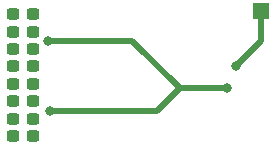
<source format=gbl>
G04 #@! TF.GenerationSoftware,KiCad,Pcbnew,(7.0.0)*
G04 #@! TF.CreationDate,2023-10-24T10:40:17-04:00*
G04 #@! TF.ProjectId,Adc Adapter,41646320-4164-4617-9074-65722e6b6963,rev?*
G04 #@! TF.SameCoordinates,Original*
G04 #@! TF.FileFunction,Copper,L2,Bot*
G04 #@! TF.FilePolarity,Positive*
%FSLAX46Y46*%
G04 Gerber Fmt 4.6, Leading zero omitted, Abs format (unit mm)*
G04 Created by KiCad (PCBNEW (7.0.0)) date 2023-10-24 10:40:17*
%MOMM*%
%LPD*%
G01*
G04 APERTURE LIST*
G04 Aperture macros list*
%AMRoundRect*
0 Rectangle with rounded corners*
0 $1 Rounding radius*
0 $2 $3 $4 $5 $6 $7 $8 $9 X,Y pos of 4 corners*
0 Add a 4 corners polygon primitive as box body*
4,1,4,$2,$3,$4,$5,$6,$7,$8,$9,$2,$3,0*
0 Add four circle primitives for the rounded corners*
1,1,$1+$1,$2,$3*
1,1,$1+$1,$4,$5*
1,1,$1+$1,$6,$7*
1,1,$1+$1,$8,$9*
0 Add four rect primitives between the rounded corners*
20,1,$1+$1,$2,$3,$4,$5,0*
20,1,$1+$1,$4,$5,$6,$7,0*
20,1,$1+$1,$6,$7,$8,$9,0*
20,1,$1+$1,$8,$9,$2,$3,0*%
G04 Aperture macros list end*
G04 #@! TA.AperFunction,ComponentPad*
%ADD10RoundRect,0.237500X-0.300000X-0.237500X0.300000X-0.237500X0.300000X0.237500X-0.300000X0.237500X0*%
G04 #@! TD*
G04 #@! TA.AperFunction,ComponentPad*
%ADD11R,1.350000X1.350000*%
G04 #@! TD*
G04 #@! TA.AperFunction,ViaPad*
%ADD12C,0.800000*%
G04 #@! TD*
G04 #@! TA.AperFunction,Conductor*
%ADD13C,0.508000*%
G04 #@! TD*
G04 APERTURE END LIST*
D10*
X105919100Y-73124787D03*
X107644100Y-73124787D03*
X105919100Y-68705187D03*
X107644100Y-68705187D03*
X105919100Y-71651587D03*
X107644100Y-71651587D03*
X105919100Y-62812387D03*
X107644100Y-62812387D03*
D11*
X126949199Y-62585599D03*
D10*
X105919100Y-70178387D03*
X107644100Y-70178387D03*
X105919100Y-64285587D03*
X107644100Y-64285587D03*
X105919100Y-65758787D03*
X107644100Y-65758787D03*
X105919100Y-67231987D03*
X107644100Y-67231987D03*
D12*
X109067600Y-71018400D03*
X108889800Y-65049400D03*
X124028200Y-69088000D03*
X124815600Y-67183000D03*
D13*
X116001800Y-65049400D02*
X120040400Y-69088000D01*
X108889800Y-65049400D02*
X116001800Y-65049400D01*
X109067600Y-71018400D02*
X118110000Y-71018400D01*
X118110000Y-71018400D02*
X120040400Y-69088000D01*
X120040400Y-69088000D02*
X124028200Y-69088000D01*
X124815600Y-67183000D02*
X126949200Y-65049400D01*
X126949200Y-65049400D02*
X126949200Y-62585600D01*
M02*

</source>
